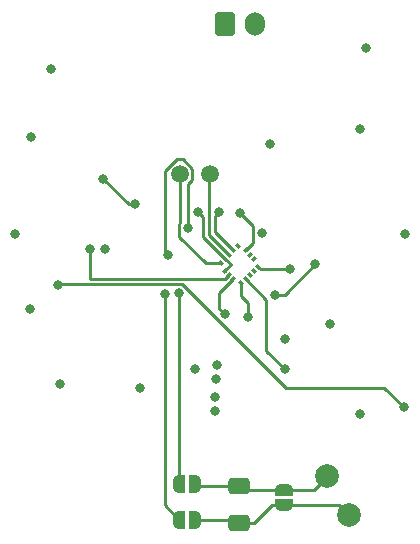
<source format=gbr>
%TF.GenerationSoftware,KiCad,Pcbnew,7.0.7*%
%TF.CreationDate,2023-11-13T21:50:39-08:00*%
%TF.ProjectId,Final_Project_Transmit,46696e61-6c5f-4507-926f-6a6563745f54,rev?*%
%TF.SameCoordinates,Original*%
%TF.FileFunction,Copper,L4,Bot*%
%TF.FilePolarity,Positive*%
%FSLAX46Y46*%
G04 Gerber Fmt 4.6, Leading zero omitted, Abs format (unit mm)*
G04 Created by KiCad (PCBNEW 7.0.7) date 2023-11-13 21:50:39*
%MOMM*%
%LPD*%
G01*
G04 APERTURE LIST*
G04 Aperture macros list*
%AMRoundRect*
0 Rectangle with rounded corners*
0 $1 Rounding radius*
0 $2 $3 $4 $5 $6 $7 $8 $9 X,Y pos of 4 corners*
0 Add a 4 corners polygon primitive as box body*
4,1,4,$2,$3,$4,$5,$6,$7,$8,$9,$2,$3,0*
0 Add four circle primitives for the rounded corners*
1,1,$1+$1,$2,$3*
1,1,$1+$1,$4,$5*
1,1,$1+$1,$6,$7*
1,1,$1+$1,$8,$9*
0 Add four rect primitives between the rounded corners*
20,1,$1+$1,$2,$3,$4,$5,0*
20,1,$1+$1,$4,$5,$6,$7,0*
20,1,$1+$1,$6,$7,$8,$9,0*
20,1,$1+$1,$8,$9,$2,$3,0*%
%AMRotRect*
0 Rectangle, with rotation*
0 The origin of the aperture is its center*
0 $1 length*
0 $2 width*
0 $3 Rotation angle, in degrees counterclockwise*
0 Add horizontal line*
21,1,$1,$2,0,0,$3*%
%AMFreePoly0*
4,1,19,0.000000,0.744911,0.071157,0.744911,0.207708,0.704816,0.327430,0.627875,0.420627,0.520320,0.479746,0.390866,0.500000,0.250000,0.500000,-0.250000,0.479746,-0.390866,0.420627,-0.520320,0.327430,-0.627875,0.207708,-0.704816,0.071157,-0.744911,0.000000,-0.744911,0.000000,-0.750000,-0.500000,-0.750000,-0.500000,0.750000,0.000000,0.750000,0.000000,0.744911,0.000000,0.744911,
$1*%
%AMFreePoly1*
4,1,19,0.500000,-0.750000,0.000000,-0.750000,0.000000,-0.744911,-0.071157,-0.744911,-0.207708,-0.704816,-0.327430,-0.627875,-0.420627,-0.520320,-0.479746,-0.390866,-0.500000,-0.250000,-0.500000,0.250000,-0.479746,0.390866,-0.420627,0.520320,-0.327430,0.627875,-0.207708,0.704816,-0.071157,0.744911,0.000000,0.744911,0.000000,0.750000,0.500000,0.750000,0.500000,-0.750000,0.500000,-0.750000,
$1*%
G04 Aperture macros list end*
%TA.AperFunction,SMDPad,CuDef*%
%ADD10C,2.000000*%
%TD*%
%TA.AperFunction,SMDPad,CuDef*%
%ADD11C,1.500000*%
%TD*%
%TA.AperFunction,ComponentPad*%
%ADD12RoundRect,0.250000X-0.600000X-0.750000X0.600000X-0.750000X0.600000X0.750000X-0.600000X0.750000X0*%
%TD*%
%TA.AperFunction,ComponentPad*%
%ADD13O,1.700000X2.000000*%
%TD*%
%TA.AperFunction,SMDPad,CuDef*%
%ADD14FreePoly0,180.000000*%
%TD*%
%TA.AperFunction,SMDPad,CuDef*%
%ADD15FreePoly1,180.000000*%
%TD*%
%TA.AperFunction,SMDPad,CuDef*%
%ADD16FreePoly0,270.000000*%
%TD*%
%TA.AperFunction,SMDPad,CuDef*%
%ADD17FreePoly1,270.000000*%
%TD*%
%TA.AperFunction,SMDPad,CuDef*%
%ADD18RotRect,0.450000X0.350000X45.000000*%
%TD*%
%TA.AperFunction,SMDPad,CuDef*%
%ADD19RotRect,0.450000X0.350000X135.000000*%
%TD*%
%TA.AperFunction,SMDPad,CuDef*%
%ADD20RotRect,0.450000X0.350000X315.000000*%
%TD*%
%TA.AperFunction,SMDPad,CuDef*%
%ADD21RoundRect,0.250000X0.650000X-0.412500X0.650000X0.412500X-0.650000X0.412500X-0.650000X-0.412500X0*%
%TD*%
%TA.AperFunction,ViaPad*%
%ADD22C,0.800000*%
%TD*%
%TA.AperFunction,Conductor*%
%ADD23C,0.250000*%
%TD*%
G04 APERTURE END LIST*
D10*
%TO.P,TP8,1,1*%
%TO.N,Net-(JP4-A)*%
X108975235Y-94153045D03*
%TD*%
%TO.P,TP7,1,1*%
%TO.N,Net-(JP1-A)*%
X110886280Y-97391122D03*
%TD*%
D11*
%TO.P,TP4,1,1*%
%TO.N,/INT1*%
X99060000Y-68580000D03*
%TD*%
%TO.P,TP3,1,1*%
%TO.N,/INT2*%
X96520000Y-68580000D03*
%TD*%
D12*
%TO.P,BT1,1,+*%
%TO.N,VCC*%
X100370000Y-55880000D03*
D13*
%TO.P,BT1,2,-*%
%TO.N,GND*%
X102870000Y-55880000D03*
%TD*%
D14*
%TO.P,JP4,2,B*%
%TO.N,Net-(JP4-B)*%
X96499145Y-94778186D03*
D15*
%TO.P,JP4,1,A*%
%TO.N,Net-(JP4-A)*%
X97799145Y-94778186D03*
%TD*%
D14*
%TO.P,JP1,2,B*%
%TO.N,Net-(JP1-B)*%
X96495395Y-97818303D03*
D15*
%TO.P,JP1,1,A*%
%TO.N,Net-(JP1-A)*%
X97795395Y-97818303D03*
%TD*%
D16*
%TO.P,JP5,2,B*%
%TO.N,Net-(JP1-A)*%
X105385395Y-96578302D03*
D17*
%TO.P,JP5,1,A*%
%TO.N,Net-(JP4-A)*%
X105385395Y-95278302D03*
%TD*%
D18*
%TO.P,U1,16,ADC1*%
%TO.N,unconnected-(U1-ADC1-Pad16)*%
X102795154Y-75715651D03*
%TO.P,U1,15,ADC2*%
%TO.N,unconnected-(U1-ADC2-Pad15)*%
X102441601Y-75362097D03*
%TO.P,U1,14,VDD*%
%TO.N,+3V3*%
X102088047Y-75008544D03*
D19*
%TO.P,U1,13,ADC3*%
%TO.N,unconnected-(U1-ADC3-Pad13)*%
X101416296Y-74654990D03*
%TO.P,U1,12,GND@2*%
%TO.N,GND*%
X101062743Y-75008544D03*
%TO.P,U1,11,INT1*%
%TO.N,/INT1*%
X100709189Y-75362097D03*
%TO.P,U1,10,RES(GND)*%
%TO.N,GND*%
X100355636Y-75715651D03*
%TO.P,U1,9,INT2*%
%TO.N,/INT2*%
X100002082Y-76069204D03*
D18*
%TO.P,U1,8,CS*%
%TO.N,GND*%
X100355636Y-76740955D03*
%TO.P,U1,7,SDO*%
%TO.N,/SDO*%
X100709189Y-77094509D03*
%TO.P,U1,6,SDA*%
%TO.N,/SDA_3V*%
X101062743Y-77448062D03*
D20*
%TO.P,U1,5,GND@1*%
%TO.N,GND*%
X101734494Y-77801616D03*
%TO.P,U1,4,SCL*%
%TO.N,Net-(Q2-S)*%
X102088047Y-77448062D03*
%TO.P,U1,3,NC@2*%
%TO.N,unconnected-(U1-NC@2-Pad3)*%
X102441601Y-77094509D03*
%TO.P,U1,2,NC@1*%
%TO.N,unconnected-(U1-NC@1-Pad2)*%
X102795154Y-76740955D03*
%TO.P,U1,1,VDDIO*%
%TO.N,+3V3*%
X103148708Y-76387402D03*
%TD*%
D21*
%TO.P,C4,2*%
%TO.N,Net-(JP4-A)*%
X101575395Y-94985803D03*
%TO.P,C4,1*%
%TO.N,Net-(JP1-A)*%
X101575395Y-98110803D03*
%TD*%
D22*
%TO.N,Net-(Q4-S)*%
X86218233Y-77918867D03*
%TO.N,GND*%
X102279366Y-80664640D03*
%TO.N,+3V3*%
X97790000Y-85090000D03*
%TO.N,+1V5*%
X86360000Y-86360000D03*
%TO.N,+3V3*%
X101633045Y-71817394D03*
X105838647Y-76621486D03*
%TO.N,GND*%
X99875725Y-71791741D03*
X98080256Y-71791741D03*
%TO.N,/SDA_3V*%
X100345943Y-80422472D03*
%TO.N,Net-(Q2-S)*%
X105410000Y-85090000D03*
%TO.N,/SDO*%
X88900000Y-74930000D03*
%TO.N,+1V5*%
X93183130Y-86691364D03*
%TO.N,GND*%
X112295346Y-57837685D03*
%TO.N,+1V5*%
X111760000Y-64770000D03*
%TO.N,Net-(Q4-S)*%
X115479013Y-88295676D03*
%TO.N,+1V5*%
X111760000Y-88900000D03*
X82550000Y-73660000D03*
%TO.N,GND*%
X83820000Y-80010000D03*
%TO.N,+3V3*%
X105410000Y-82550000D03*
%TO.N,GND*%
X109220000Y-81280000D03*
%TO.N,Net-(JP4-B)*%
X96430932Y-78604050D03*
%TO.N,Net-(JP1-B)*%
X95250000Y-78740000D03*
%TO.N,GND*%
X90170000Y-74930000D03*
X115633981Y-73620011D03*
%TO.N,Net-(JP9-B)*%
X107950000Y-76200000D03*
X104560526Y-78751365D03*
%TO.N,+3V3*%
X104140000Y-66040000D03*
%TO.N,+1V5*%
X99508040Y-88644616D03*
X99499079Y-87408025D03*
%TO.N,+3V3*%
X99677906Y-84706536D03*
X99630862Y-85929686D03*
%TO.N,Net-(U3-P1.7{slash}TMS...)*%
X97198726Y-73077684D03*
X95535309Y-75427184D03*
%TO.N,Net-(U3-P1.6{slash}TDO...)*%
X90024192Y-68934103D03*
X92710000Y-71120000D03*
%TO.N,GND*%
X103470559Y-73528872D03*
X85614643Y-59645273D03*
%TO.N,+1V5*%
X83928697Y-65392191D03*
%TD*%
D23*
%TO.N,Net-(Q4-S)*%
X86320183Y-77879050D02*
X86360000Y-77879050D01*
X86218233Y-77918867D02*
X86320183Y-77879050D01*
X86399817Y-77879050D02*
X86218233Y-77918867D01*
X105506873Y-86654686D02*
X96731237Y-77879050D01*
X113838023Y-86654686D02*
X105506873Y-86654686D01*
X96731237Y-77879050D02*
X86399817Y-77879050D01*
X115479013Y-88295676D02*
X113838023Y-86654686D01*
%TO.N,Net-(U3-P1.7{slash}TMS...)*%
X96770280Y-67310000D02*
X96269720Y-67310000D01*
X95250000Y-68329720D02*
X95250000Y-75141875D01*
X95250000Y-75141875D02*
X95535309Y-75427184D01*
X97595000Y-68134720D02*
X96770280Y-67310000D01*
X96269720Y-67310000D02*
X95250000Y-68329720D01*
X97198726Y-69421554D02*
X97595000Y-69025280D01*
X97198726Y-73077684D02*
X97198726Y-69421554D01*
X97595000Y-69025280D02*
X97595000Y-68134720D01*
%TO.N,GND*%
X102311717Y-80696991D02*
X102311717Y-80826394D01*
X102279366Y-80664640D02*
X102311717Y-80696991D01*
X102311717Y-80632289D02*
X102279366Y-80664640D01*
X102311717Y-79451717D02*
X102311717Y-80632289D01*
X101734494Y-78874494D02*
X102311717Y-79451717D01*
X101734494Y-77801616D02*
X101734494Y-78874494D01*
X100839985Y-76200000D02*
X100355636Y-75715651D01*
X100355636Y-76740955D02*
X100896591Y-76200000D01*
X100896591Y-76200000D02*
X100839985Y-76200000D01*
%TO.N,+3V3*%
X103382792Y-76621486D02*
X105838647Y-76621486D01*
X103148708Y-76387402D02*
X103382792Y-76621486D01*
X102745559Y-74351032D02*
X102745559Y-72929908D01*
X102088047Y-75008544D02*
X102745559Y-74351032D01*
X102745559Y-72929908D02*
X101633045Y-71817394D01*
X101633045Y-71817394D02*
X101794799Y-71906359D01*
X105838647Y-76639430D02*
X105728116Y-76528899D01*
X105838647Y-76621486D02*
X105838647Y-76639430D01*
%TO.N,/INT2*%
X96473726Y-72777379D02*
X96473726Y-73826879D01*
X96520000Y-72731105D02*
X96473726Y-72777379D01*
X96520000Y-68580000D02*
X96520000Y-72731105D01*
X96473726Y-73826879D02*
X96486472Y-73839625D01*
%TO.N,/INT1*%
X99035395Y-73688303D02*
X100709189Y-75362097D01*
X99035395Y-68604605D02*
X99035395Y-73688303D01*
X99060000Y-68580000D02*
X99035395Y-68604605D01*
%TO.N,GND*%
X99875725Y-71791741D02*
X99705883Y-71852399D01*
X99485395Y-72072887D02*
X99875725Y-71791741D01*
X99485395Y-72390000D02*
X99485395Y-72072887D01*
X99485395Y-73431196D02*
X99485395Y-72390000D01*
X101062743Y-75008544D02*
X99485395Y-73431196D01*
X98080256Y-71767478D02*
X98055993Y-71743215D01*
X98080256Y-71791741D02*
X98080256Y-71767478D01*
X98104519Y-71791741D02*
X98080256Y-71791741D01*
X98516992Y-73877008D02*
X98516992Y-72204214D01*
X100355636Y-75715651D02*
X98516992Y-73877008D01*
X98516992Y-72204214D02*
X98104519Y-71791741D01*
%TO.N,/SDA_3V*%
X100345943Y-80422472D02*
X100212496Y-80313288D01*
X99872813Y-79973605D02*
X100345943Y-80422472D01*
X99872813Y-78627003D02*
X99872813Y-79973605D01*
X99883802Y-78627003D02*
X99872813Y-78627003D01*
X101062743Y-77448062D02*
X99883802Y-78627003D01*
%TO.N,Net-(Q2-S)*%
X103835526Y-79195541D02*
X102088047Y-77448062D01*
X103835526Y-83515526D02*
X103835526Y-79195541D01*
X105410000Y-85090000D02*
X103835526Y-83515526D01*
%TO.N,/SDO*%
X100374649Y-77429050D02*
X100709189Y-77094509D01*
X88900000Y-77429050D02*
X100374649Y-77429050D01*
X88900000Y-74930000D02*
X88900000Y-77429050D01*
%TO.N,Net-(JP4-B)*%
X96499145Y-78672263D02*
X96499145Y-94778186D01*
X96430932Y-78604050D02*
X96499145Y-78672263D01*
%TO.N,Net-(JP1-B)*%
X95250000Y-96572908D02*
X96495395Y-97818303D01*
X95250000Y-78740000D02*
X95250000Y-96572908D01*
%TO.N,Net-(JP9-B)*%
X107950000Y-76200000D02*
X105398635Y-78751365D01*
X105398635Y-78751365D02*
X104560526Y-78751365D01*
%TO.N,/INT2*%
X98716051Y-76069204D02*
X96495395Y-73848548D01*
X100002082Y-76069204D02*
X98716051Y-76069204D01*
%TO.N,Net-(JP4-A)*%
X107925395Y-95278303D02*
X108975235Y-94228463D01*
X105385395Y-95278302D02*
X107925395Y-95278303D01*
X108975235Y-94228463D02*
X108975235Y-94153045D01*
%TO.N,Net-(JP1-A)*%
X110043461Y-96548303D02*
X105415394Y-96548303D01*
X110886280Y-97391122D02*
X110043461Y-96548303D01*
X105415394Y-96548303D02*
X105385395Y-96578302D01*
%TO.N,Net-(JP4-A)*%
X101867895Y-95278303D02*
X105385395Y-95278302D01*
X101575395Y-94985803D02*
X101867895Y-95278303D01*
%TO.N,Net-(JP1-A)*%
X104347897Y-96578302D02*
X105385395Y-96578302D01*
X102815396Y-98110803D02*
X104347897Y-96578302D01*
X101575395Y-98110803D02*
X102815396Y-98110803D01*
X101282895Y-97818303D02*
X101575395Y-98110803D01*
X97795395Y-97818303D02*
X101282895Y-97818303D01*
%TO.N,Net-(JP4-A)*%
X98006762Y-94985803D02*
X101575395Y-94985803D01*
X97799145Y-94778186D02*
X98006762Y-94985803D01*
%TO.N,Net-(U3-P1.6{slash}TDO...)*%
X92210089Y-71120000D02*
X90024192Y-68934103D01*
X92710000Y-71120000D02*
X92210089Y-71120000D01*
%TD*%
M02*

</source>
